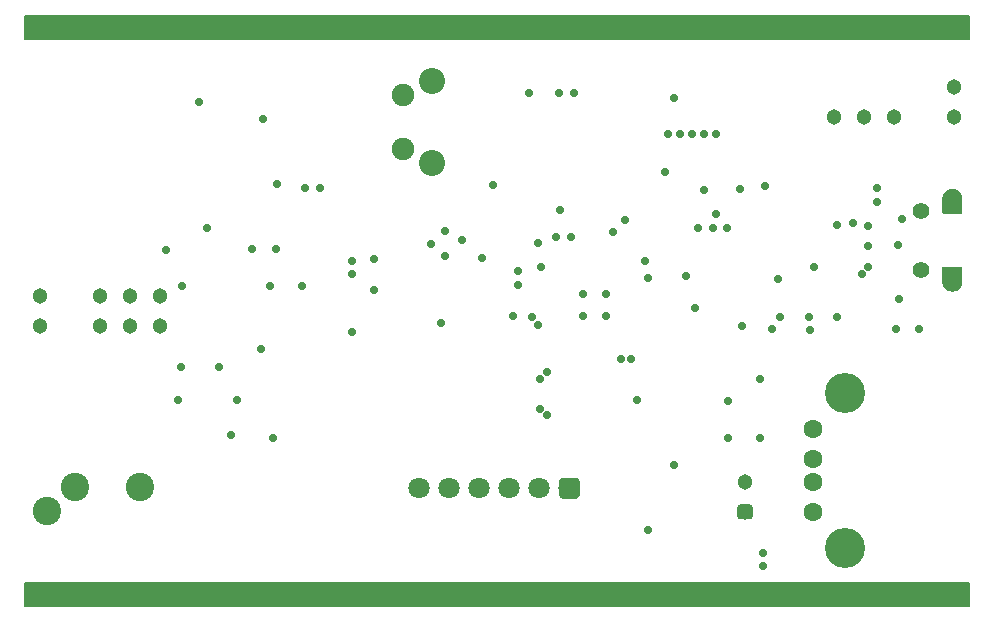
<source format=gbs>
G04 #@! TF.GenerationSoftware,KiCad,Pcbnew,(5.0.0)*
G04 #@! TF.CreationDate,2018-11-19T18:26:54-05:00*
G04 #@! TF.ProjectId,scope-footswitch,73636F70652D666F6F74737769746368,1.3*
G04 #@! TF.SameCoordinates,Original*
G04 #@! TF.FileFunction,Soldermask,Bot*
G04 #@! TF.FilePolarity,Negative*
%FSLAX46Y46*%
G04 Gerber Fmt 4.6, Leading zero omitted, Abs format (unit mm)*
G04 Created by KiCad (PCBNEW (5.0.0)) date 11/19/18 18:26:54*
%MOMM*%
%LPD*%
G01*
G04 APERTURE LIST*
%ADD10C,0.150000*%
%ADD11C,2.401600*%
%ADD12C,1.801600*%
%ADD13C,0.100000*%
%ADD14C,1.601600*%
%ADD15C,3.401600*%
%ADD16C,1.301600*%
%ADD17C,1.600000*%
%ADD18C,1.401600*%
%ADD19C,1.901600*%
%ADD20C,2.201600*%
%ADD21C,0.701600*%
G04 APERTURE END LIST*
D10*
G36*
X108600000Y-119200000D02*
X188600000Y-119200000D01*
X188600000Y-117200000D01*
X108600000Y-117200000D01*
X108600000Y-119200000D01*
G37*
X108600000Y-119200000D02*
X188600000Y-119200000D01*
X188600000Y-117200000D01*
X108600000Y-117200000D01*
X108600000Y-119200000D01*
G36*
X108600000Y-71200000D02*
X188600000Y-71200000D01*
X188600000Y-69200000D01*
X108600000Y-69200000D01*
X108600000Y-71200000D01*
G37*
X108600000Y-71200000D02*
X188600000Y-71200000D01*
X188600000Y-69200000D01*
X108600000Y-69200000D01*
X108600000Y-71200000D01*
D11*
G04 #@! TO.C,J1*
X118400000Y-109100000D03*
X112900000Y-109100000D03*
X110500000Y-111100000D03*
G04 #@! TD*
D12*
G04 #@! TO.C,P1*
X142020000Y-109200000D03*
X144560000Y-109200000D03*
X147100000Y-109200000D03*
X149640000Y-109200000D03*
X152180000Y-109200000D03*
D13*
G36*
X155214547Y-108301369D02*
X155258269Y-108307854D01*
X155301144Y-108318594D01*
X155342761Y-108333485D01*
X155382717Y-108352383D01*
X155420629Y-108375106D01*
X155456131Y-108401436D01*
X155488881Y-108431119D01*
X155518564Y-108463869D01*
X155544894Y-108499371D01*
X155567617Y-108537283D01*
X155586515Y-108577239D01*
X155601406Y-108618856D01*
X155612146Y-108661731D01*
X155618631Y-108705453D01*
X155620800Y-108749600D01*
X155620800Y-109650400D01*
X155618631Y-109694547D01*
X155612146Y-109738269D01*
X155601406Y-109781144D01*
X155586515Y-109822761D01*
X155567617Y-109862717D01*
X155544894Y-109900629D01*
X155518564Y-109936131D01*
X155488881Y-109968881D01*
X155456131Y-109998564D01*
X155420629Y-110024894D01*
X155382717Y-110047617D01*
X155342761Y-110066515D01*
X155301144Y-110081406D01*
X155258269Y-110092146D01*
X155214547Y-110098631D01*
X155170400Y-110100800D01*
X154269600Y-110100800D01*
X154225453Y-110098631D01*
X154181731Y-110092146D01*
X154138856Y-110081406D01*
X154097239Y-110066515D01*
X154057283Y-110047617D01*
X154019371Y-110024894D01*
X153983869Y-109998564D01*
X153951119Y-109968881D01*
X153921436Y-109936131D01*
X153895106Y-109900629D01*
X153872383Y-109862717D01*
X153853485Y-109822761D01*
X153838594Y-109781144D01*
X153827854Y-109738269D01*
X153821369Y-109694547D01*
X153819200Y-109650400D01*
X153819200Y-108749600D01*
X153821369Y-108705453D01*
X153827854Y-108661731D01*
X153838594Y-108618856D01*
X153853485Y-108577239D01*
X153872383Y-108537283D01*
X153895106Y-108499371D01*
X153921436Y-108463869D01*
X153951119Y-108431119D01*
X153983869Y-108401436D01*
X154019371Y-108375106D01*
X154057283Y-108352383D01*
X154097239Y-108333485D01*
X154138856Y-108318594D01*
X154181731Y-108307854D01*
X154225453Y-108301369D01*
X154269600Y-108299200D01*
X155170400Y-108299200D01*
X155214547Y-108301369D01*
X155214547Y-108301369D01*
G37*
D12*
X154720000Y-109200000D03*
G04 #@! TD*
D14*
G04 #@! TO.C,J2*
X175390000Y-111200000D03*
X175390000Y-108700000D03*
X175390000Y-106700000D03*
X175390000Y-104200000D03*
D15*
X178100000Y-114270000D03*
X178100000Y-101130000D03*
G04 #@! TD*
D13*
G04 #@! TO.C,C24*
G36*
X169957295Y-110550767D02*
X169988882Y-110555452D01*
X170019859Y-110563212D01*
X170049925Y-110573970D01*
X170078792Y-110587623D01*
X170106183Y-110604040D01*
X170131832Y-110623062D01*
X170155493Y-110644507D01*
X170176938Y-110668168D01*
X170195960Y-110693817D01*
X170212377Y-110721208D01*
X170226030Y-110750075D01*
X170236788Y-110780141D01*
X170244548Y-110811118D01*
X170249233Y-110842705D01*
X170250800Y-110874600D01*
X170250800Y-111525400D01*
X170249233Y-111557295D01*
X170244548Y-111588882D01*
X170236788Y-111619859D01*
X170226030Y-111649925D01*
X170212377Y-111678792D01*
X170195960Y-111706183D01*
X170176938Y-111731832D01*
X170155493Y-111755493D01*
X170131832Y-111776938D01*
X170106183Y-111795960D01*
X170078792Y-111812377D01*
X170049925Y-111826030D01*
X170019859Y-111836788D01*
X169988882Y-111844548D01*
X169957295Y-111849233D01*
X169925400Y-111850800D01*
X169274600Y-111850800D01*
X169242705Y-111849233D01*
X169211118Y-111844548D01*
X169180141Y-111836788D01*
X169150075Y-111826030D01*
X169121208Y-111812377D01*
X169093817Y-111795960D01*
X169068168Y-111776938D01*
X169044507Y-111755493D01*
X169023062Y-111731832D01*
X169004040Y-111706183D01*
X168987623Y-111678792D01*
X168973970Y-111649925D01*
X168963212Y-111619859D01*
X168955452Y-111588882D01*
X168950767Y-111557295D01*
X168949200Y-111525400D01*
X168949200Y-110874600D01*
X168950767Y-110842705D01*
X168955452Y-110811118D01*
X168963212Y-110780141D01*
X168973970Y-110750075D01*
X168987623Y-110721208D01*
X169004040Y-110693817D01*
X169023062Y-110668168D01*
X169044507Y-110644507D01*
X169068168Y-110623062D01*
X169093817Y-110604040D01*
X169121208Y-110587623D01*
X169150075Y-110573970D01*
X169180141Y-110563212D01*
X169211118Y-110555452D01*
X169242705Y-110550767D01*
X169274600Y-110549200D01*
X169925400Y-110549200D01*
X169957295Y-110550767D01*
X169957295Y-110550767D01*
G37*
D16*
X169600000Y-111200000D03*
X169600000Y-108700000D03*
G04 #@! TD*
D17*
G04 #@! TO.C,J3*
X187159000Y-91700000D03*
D13*
G36*
X186309176Y-90490089D02*
X186312067Y-90480560D01*
X186316761Y-90471777D01*
X186323079Y-90464079D01*
X186330777Y-90457761D01*
X186339560Y-90453067D01*
X186349089Y-90450176D01*
X186359000Y-90449200D01*
X187959000Y-90449200D01*
X187968911Y-90450176D01*
X187978440Y-90453067D01*
X187987223Y-90457761D01*
X187994921Y-90464079D01*
X188001239Y-90471777D01*
X188005933Y-90480560D01*
X188008824Y-90490089D01*
X188009800Y-90500000D01*
X188009800Y-91700000D01*
X188008836Y-91709789D01*
X188008836Y-91739254D01*
X188008591Y-91744233D01*
X188000896Y-91822363D01*
X188000165Y-91827294D01*
X187984849Y-91904294D01*
X187983638Y-91909131D01*
X187960848Y-91984259D01*
X187959168Y-91988952D01*
X187929124Y-92061484D01*
X187926993Y-92065991D01*
X187889985Y-92135229D01*
X187887422Y-92139505D01*
X187843805Y-92204782D01*
X187840835Y-92208786D01*
X187791030Y-92269474D01*
X187787682Y-92273168D01*
X187732168Y-92328682D01*
X187728474Y-92332030D01*
X187667786Y-92381835D01*
X187663782Y-92384805D01*
X187598505Y-92428422D01*
X187594229Y-92430985D01*
X187524991Y-92467993D01*
X187520484Y-92470124D01*
X187447952Y-92500168D01*
X187443259Y-92501848D01*
X187368131Y-92524638D01*
X187363294Y-92525849D01*
X187286294Y-92541165D01*
X187281363Y-92541896D01*
X187203233Y-92549591D01*
X187198254Y-92549836D01*
X187119746Y-92549836D01*
X187114767Y-92549591D01*
X187036637Y-92541896D01*
X187031706Y-92541165D01*
X186954706Y-92525849D01*
X186949869Y-92524638D01*
X186874741Y-92501848D01*
X186870048Y-92500168D01*
X186797516Y-92470124D01*
X186793009Y-92467993D01*
X186723771Y-92430985D01*
X186719495Y-92428422D01*
X186654218Y-92384805D01*
X186650214Y-92381835D01*
X186589526Y-92332030D01*
X186585832Y-92328682D01*
X186530318Y-92273168D01*
X186526970Y-92269474D01*
X186477165Y-92208786D01*
X186474195Y-92204782D01*
X186430578Y-92139505D01*
X186428015Y-92135229D01*
X186391007Y-92065991D01*
X186388876Y-92061484D01*
X186358832Y-91988952D01*
X186357152Y-91984259D01*
X186334362Y-91909131D01*
X186333151Y-91904294D01*
X186317835Y-91827294D01*
X186317104Y-91822363D01*
X186309409Y-91744233D01*
X186309164Y-91739254D01*
X186309164Y-91709789D01*
X186308200Y-91700000D01*
X186308200Y-90500000D01*
X186309176Y-90490089D01*
X186309176Y-90490089D01*
G37*
D18*
X184459000Y-90700000D03*
X184459000Y-85700000D03*
D17*
X187159000Y-84700000D03*
D13*
G36*
X188008824Y-85909911D02*
X188005933Y-85919440D01*
X188001239Y-85928223D01*
X187994921Y-85935921D01*
X187987223Y-85942239D01*
X187978440Y-85946933D01*
X187968911Y-85949824D01*
X187959000Y-85950800D01*
X186359000Y-85950800D01*
X186349089Y-85949824D01*
X186339560Y-85946933D01*
X186330777Y-85942239D01*
X186323079Y-85935921D01*
X186316761Y-85928223D01*
X186312067Y-85919440D01*
X186309176Y-85909911D01*
X186308200Y-85900000D01*
X186308200Y-84700000D01*
X186309164Y-84690211D01*
X186309164Y-84660746D01*
X186309409Y-84655767D01*
X186317104Y-84577637D01*
X186317835Y-84572706D01*
X186333151Y-84495706D01*
X186334362Y-84490869D01*
X186357152Y-84415741D01*
X186358832Y-84411048D01*
X186388876Y-84338516D01*
X186391007Y-84334009D01*
X186428015Y-84264771D01*
X186430578Y-84260495D01*
X186474195Y-84195218D01*
X186477165Y-84191214D01*
X186526970Y-84130526D01*
X186530318Y-84126832D01*
X186585832Y-84071318D01*
X186589526Y-84067970D01*
X186650214Y-84018165D01*
X186654218Y-84015195D01*
X186719495Y-83971578D01*
X186723771Y-83969015D01*
X186793009Y-83932007D01*
X186797516Y-83929876D01*
X186870048Y-83899832D01*
X186874741Y-83898152D01*
X186949869Y-83875362D01*
X186954706Y-83874151D01*
X187031706Y-83858835D01*
X187036637Y-83858104D01*
X187114767Y-83850409D01*
X187119746Y-83850164D01*
X187198254Y-83850164D01*
X187203233Y-83850409D01*
X187281363Y-83858104D01*
X187286294Y-83858835D01*
X187363294Y-83874151D01*
X187368131Y-83875362D01*
X187443259Y-83898152D01*
X187447952Y-83899832D01*
X187520484Y-83929876D01*
X187524991Y-83932007D01*
X187594229Y-83969015D01*
X187598505Y-83971578D01*
X187663782Y-84015195D01*
X187667786Y-84018165D01*
X187728474Y-84067970D01*
X187732168Y-84071318D01*
X187787682Y-84126832D01*
X187791030Y-84130526D01*
X187840835Y-84191214D01*
X187843805Y-84195218D01*
X187887422Y-84260495D01*
X187889985Y-84264771D01*
X187926993Y-84334009D01*
X187929124Y-84338516D01*
X187959168Y-84411048D01*
X187960848Y-84415741D01*
X187983638Y-84490869D01*
X187984849Y-84495706D01*
X188000165Y-84572706D01*
X188000896Y-84577637D01*
X188008591Y-84655767D01*
X188008836Y-84660746D01*
X188008836Y-84690211D01*
X188009800Y-84700000D01*
X188009800Y-85900000D01*
X188008824Y-85909911D01*
X188008824Y-85909911D01*
G37*
G04 #@! TD*
D16*
G04 #@! TO.C,SW3*
X120060000Y-95470000D03*
X117520000Y-95470000D03*
X114980000Y-95470000D03*
X120060000Y-92930000D03*
X117520000Y-92930000D03*
X114980000Y-92930000D03*
X109900000Y-95470000D03*
X109900000Y-92930000D03*
G04 #@! TD*
G04 #@! TO.C,SW1*
X177140000Y-77740000D03*
X179680000Y-77740000D03*
X182220000Y-77740000D03*
X187300000Y-75200000D03*
X187300000Y-77740000D03*
G04 #@! TD*
D19*
G04 #@! TO.C,SW2*
X140600000Y-75925000D03*
X140600000Y-80475000D03*
D20*
X143100000Y-74700000D03*
X143100000Y-81700000D03*
G04 #@! TD*
D21*
X161100000Y-89950000D03*
X166100000Y-83950000D03*
X126600000Y-101700000D03*
X125100000Y-98950000D03*
X126100000Y-104700000D03*
X152100000Y-95410000D03*
X152350000Y-90450000D03*
X153600000Y-87950000D03*
X159950000Y-98250000D03*
X121900000Y-92100000D03*
X109500000Y-70600000D03*
X182850000Y-86450000D03*
X172350000Y-91450000D03*
X165350000Y-93950000D03*
X170850000Y-99950000D03*
X166850000Y-87200000D03*
X168100000Y-87200000D03*
X165600000Y-87200000D03*
X184350000Y-95700000D03*
X182350000Y-95700000D03*
X182600000Y-93200000D03*
X182543664Y-88643664D03*
X171250000Y-83600000D03*
X129950000Y-83450000D03*
X128800000Y-77900000D03*
X163600000Y-107200000D03*
X163600000Y-76200000D03*
X162850000Y-82450000D03*
X161350000Y-91410000D03*
X155100000Y-75700000D03*
X153850000Y-75700000D03*
X151350000Y-75700000D03*
X133600000Y-83810000D03*
X132350000Y-83810000D03*
X136350000Y-95950000D03*
X129850000Y-88950000D03*
X127850000Y-88950000D03*
X143850000Y-95200000D03*
X123400000Y-76500000D03*
X161350000Y-112700000D03*
X121600000Y-101700000D03*
X129600000Y-104950000D03*
X128600000Y-97450000D03*
X124050000Y-87150000D03*
X120600000Y-89050000D03*
X147350000Y-89700000D03*
X145600000Y-88200000D03*
X151600000Y-94700000D03*
X154850000Y-87950000D03*
X152100000Y-88450000D03*
X159100000Y-98300000D03*
X160450000Y-101700000D03*
X164600000Y-91200000D03*
X168150000Y-101850000D03*
X148250000Y-83500000D03*
X171150000Y-114650000D03*
X171150000Y-115750000D03*
X153950000Y-85650000D03*
X180750000Y-85000000D03*
X180759235Y-83759363D03*
X121850000Y-98950000D03*
X149950000Y-94650000D03*
X157800000Y-92750000D03*
X155900000Y-94650000D03*
X157800000Y-94650000D03*
X155900000Y-92750000D03*
X109500000Y-117600000D03*
X112000000Y-117600000D03*
X114500000Y-117600000D03*
X117000000Y-117600000D03*
X119500000Y-117600000D03*
X122000000Y-117600000D03*
X124500000Y-117600000D03*
X127000000Y-117600000D03*
X129500000Y-117600000D03*
X132000000Y-117600000D03*
X134500000Y-117600000D03*
X137000000Y-117600000D03*
X139500000Y-117600000D03*
X142000000Y-117600000D03*
X144500000Y-117600000D03*
X147000000Y-117600000D03*
X149500000Y-117600000D03*
X152000000Y-117600000D03*
X154500000Y-117600000D03*
X157000000Y-117600000D03*
X159500000Y-117600000D03*
X162000000Y-117600000D03*
X164500000Y-117600000D03*
X167000000Y-117600000D03*
X169500000Y-117600000D03*
X172000000Y-117600000D03*
X174500000Y-117600000D03*
X177000000Y-117600000D03*
X179500000Y-117600000D03*
X182000000Y-117600000D03*
X184500000Y-117600000D03*
X187000000Y-117600000D03*
X112000000Y-70600000D03*
X114500000Y-70600000D03*
X117000000Y-70600000D03*
X119500000Y-70600000D03*
X122000000Y-70600000D03*
X124500000Y-70600000D03*
X127000000Y-70600000D03*
X129500000Y-70600000D03*
X132000000Y-70600000D03*
X134500000Y-70600000D03*
X137000000Y-70600000D03*
X139500000Y-70600000D03*
X142000000Y-70600000D03*
X144500000Y-70600000D03*
X147000000Y-70600000D03*
X149500000Y-70600000D03*
X152000000Y-70600000D03*
X154500000Y-70600000D03*
X157000000Y-70600000D03*
X159500000Y-70600000D03*
X162000000Y-70600000D03*
X164500000Y-70600000D03*
X167000000Y-70600000D03*
X169500000Y-70600000D03*
X172000000Y-70600000D03*
X174500000Y-70600000D03*
X177000000Y-70600000D03*
X179500000Y-70600000D03*
X182000000Y-70600000D03*
X184500000Y-70600000D03*
X187000000Y-70600000D03*
X143050000Y-88500000D03*
X165100000Y-79200000D03*
X166100000Y-79200000D03*
X167100000Y-79200000D03*
X164100000Y-79200000D03*
X163100000Y-79200000D03*
X171900000Y-95700000D03*
X175100000Y-95800000D03*
X175400000Y-90500000D03*
X180040000Y-88710000D03*
X180040000Y-90450000D03*
X180040000Y-86970000D03*
X170850000Y-104950000D03*
X168150000Y-104950000D03*
X144200000Y-87400000D03*
X144200000Y-89500000D03*
X159450000Y-86500000D03*
X158400000Y-87550000D03*
X167100000Y-86000000D03*
X169200000Y-83900000D03*
X138200000Y-89800000D03*
X138200000Y-92400000D03*
X177350000Y-94700000D03*
X169350000Y-95450000D03*
X177350000Y-86900000D03*
X175000000Y-94700000D03*
X172600000Y-94700000D03*
X150350000Y-90800000D03*
X150350000Y-91990000D03*
X136300000Y-91050000D03*
X136300000Y-89960000D03*
X129400000Y-92050000D03*
X132110000Y-92050000D03*
X152850000Y-99350000D03*
X152850000Y-103000000D03*
X152200000Y-102500000D03*
X152200000Y-99925000D03*
X179480000Y-91060000D03*
X178740000Y-86720000D03*
M02*

</source>
